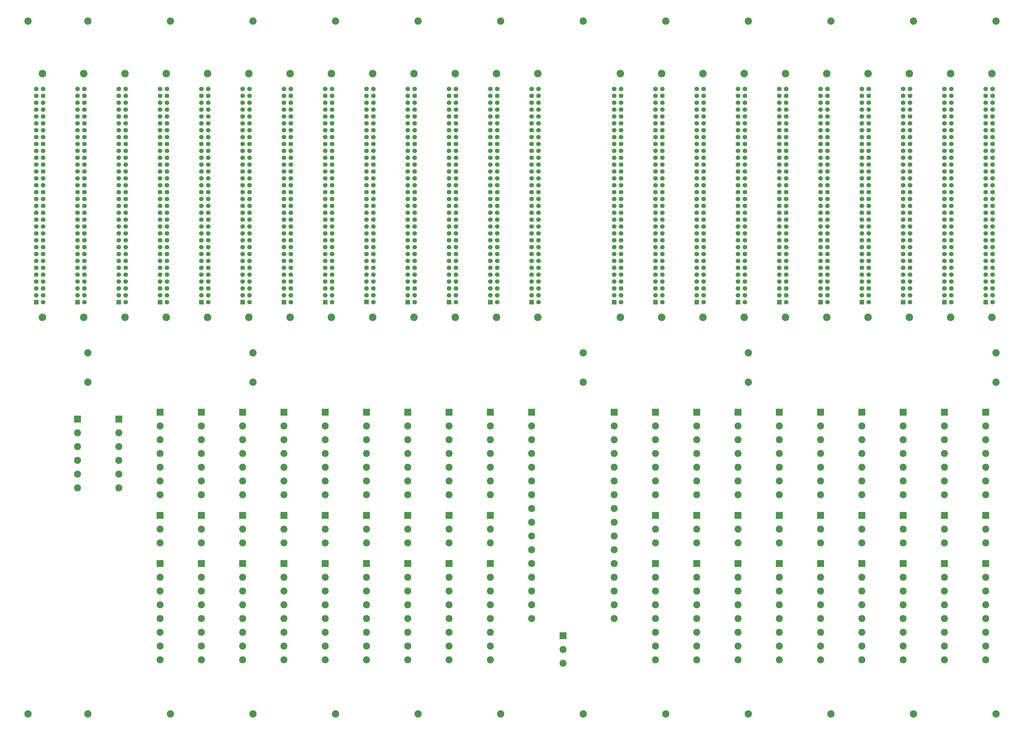
<source format=gbr>
G04 #@! TF.GenerationSoftware,KiCad,Pcbnew,(5.0.0)*
G04 #@! TF.CreationDate,2019-05-21T22:15:49-07:00*
G04 #@! TF.ProjectId,Backplane1,4261636B706C616E65312E6B69636164,rev?*
G04 #@! TF.SameCoordinates,Original*
G04 #@! TF.FileFunction,Soldermask,Bot*
G04 #@! TF.FilePolarity,Negative*
%FSLAX46Y46*%
G04 Gerber Fmt 4.6, Leading zero omitted, Abs format (unit mm)*
G04 Created by KiCad (PCBNEW (5.0.0)) date 05/21/19 22:15:49*
%MOMM*%
%LPD*%
G01*
G04 APERTURE LIST*
%ADD10C,2.700000*%
%ADD11R,2.600000X2.600000*%
%ADD12C,2.600000*%
%ADD13C,2.800000*%
%ADD14C,1.700000*%
%ADD15R,1.700000X1.700000*%
G04 APERTURE END LIST*
D10*
G04 #@! TO.C,TH3*
X222250000Y-164180000D03*
G04 #@! TD*
G04 #@! TO.C,TH4*
X222250000Y-286680000D03*
G04 #@! TD*
G04 #@! TO.C,TH251*
X283210000Y-164180000D03*
G04 #@! TD*
G04 #@! TO.C,TH239*
X100330000Y-164180000D03*
G04 #@! TD*
G04 #@! TO.C,TH235*
X39370000Y-164180000D03*
G04 #@! TD*
G04 #@! TO.C,TH151*
X283210000Y-153330000D03*
G04 #@! TD*
G04 #@! TO.C,TH139*
X100330000Y-153330000D03*
G04 #@! TD*
G04 #@! TO.C,TH135*
X39370000Y-153330000D03*
G04 #@! TD*
G04 #@! TO.C,TH2*
X222250000Y-153330000D03*
G04 #@! TD*
G04 #@! TO.C,TH1*
X222250000Y-30830000D03*
G04 #@! TD*
G04 #@! TO.C,TH45*
X191770000Y-30830000D03*
G04 #@! TD*
G04 #@! TO.C,TH33*
X17272000Y-30830000D03*
G04 #@! TD*
G04 #@! TO.C,TH35*
X39370000Y-30830000D03*
G04 #@! TD*
G04 #@! TO.C,TH37*
X69850000Y-30830000D03*
G04 #@! TD*
G04 #@! TO.C,TH39*
X100330000Y-30830000D03*
G04 #@! TD*
G04 #@! TO.C,TH41*
X130810000Y-30830000D03*
G04 #@! TD*
G04 #@! TO.C,TH43*
X161290000Y-30830000D03*
G04 #@! TD*
G04 #@! TO.C,TH49*
X252730000Y-30830000D03*
G04 #@! TD*
G04 #@! TO.C,TH51*
X283210000Y-30830000D03*
G04 #@! TD*
G04 #@! TO.C,TH53*
X313690000Y-30830000D03*
G04 #@! TD*
G04 #@! TO.C,TH55*
X344170000Y-30830000D03*
G04 #@! TD*
G04 #@! TO.C,TH333*
X17272000Y-286680000D03*
G04 #@! TD*
G04 #@! TO.C,TH335*
X39370000Y-286680000D03*
G04 #@! TD*
G04 #@! TO.C,TH337*
X69850000Y-286680000D03*
G04 #@! TD*
G04 #@! TO.C,TH339*
X100330000Y-286680000D03*
G04 #@! TD*
G04 #@! TO.C,TH341*
X130810000Y-286680000D03*
G04 #@! TD*
G04 #@! TO.C,TH343*
X161290000Y-286680000D03*
G04 #@! TD*
G04 #@! TO.C,TH345*
X191770000Y-286680000D03*
G04 #@! TD*
G04 #@! TO.C,TH348*
X252730000Y-286680000D03*
G04 #@! TD*
G04 #@! TO.C,TH350*
X283210000Y-286680000D03*
G04 #@! TD*
G04 #@! TO.C,TH352*
X313690000Y-286680000D03*
G04 #@! TD*
G04 #@! TO.C,TH354*
X344170000Y-286680000D03*
G04 #@! TD*
G04 #@! TO.C,TH256*
X374650000Y-164180000D03*
G04 #@! TD*
G04 #@! TO.C,TH156*
X374650000Y-153330000D03*
G04 #@! TD*
G04 #@! TO.C,TH56*
X374650000Y-30830000D03*
G04 #@! TD*
G04 #@! TO.C,TH356*
X374650000Y-286680000D03*
G04 #@! TD*
D11*
G04 #@! TO.C,J146*
X203200000Y-175260000D03*
D12*
X203200000Y-180340000D03*
X203200000Y-185420000D03*
X203200000Y-190500000D03*
X203200000Y-195580000D03*
X203200000Y-200660000D03*
X203200000Y-205740000D03*
X203200000Y-210820000D03*
X203200000Y-215900000D03*
X203200000Y-220980000D03*
X203200000Y-226060000D03*
X203200000Y-231140000D03*
X203200000Y-236220000D03*
X203200000Y-241300000D03*
X203200000Y-246380000D03*
X203200000Y-251460000D03*
G04 #@! TD*
D11*
G04 #@! TO.C,J147*
X233680000Y-175260000D03*
D12*
X233680000Y-180340000D03*
X233680000Y-185420000D03*
X233680000Y-190500000D03*
X233680000Y-195580000D03*
X233680000Y-200660000D03*
X233680000Y-205740000D03*
X233680000Y-210820000D03*
X233680000Y-215900000D03*
X233680000Y-220980000D03*
X233680000Y-226060000D03*
X233680000Y-231140000D03*
X233680000Y-236220000D03*
X233680000Y-241300000D03*
X233680000Y-246380000D03*
X233680000Y-251460000D03*
G04 #@! TD*
D11*
G04 #@! TO.C,J137*
X66040000Y-175260000D03*
D12*
X66040000Y-180340000D03*
X66040000Y-185420000D03*
X66040000Y-190500000D03*
X66040000Y-195580000D03*
X66040000Y-200660000D03*
X66040000Y-205740000D03*
G04 #@! TD*
D11*
G04 #@! TO.C,J138*
X81280000Y-175260000D03*
D12*
X81280000Y-180340000D03*
X81280000Y-185420000D03*
X81280000Y-190500000D03*
X81280000Y-195580000D03*
X81280000Y-200660000D03*
X81280000Y-205740000D03*
G04 #@! TD*
D11*
G04 #@! TO.C,J139*
X96520000Y-175260000D03*
D12*
X96520000Y-180340000D03*
X96520000Y-185420000D03*
X96520000Y-190500000D03*
X96520000Y-195580000D03*
X96520000Y-200660000D03*
X96520000Y-205740000D03*
G04 #@! TD*
D11*
G04 #@! TO.C,J140*
X111760000Y-175260000D03*
D12*
X111760000Y-180340000D03*
X111760000Y-185420000D03*
X111760000Y-190500000D03*
X111760000Y-195580000D03*
X111760000Y-200660000D03*
X111760000Y-205740000D03*
G04 #@! TD*
D11*
G04 #@! TO.C,J141*
X127000000Y-175260000D03*
D12*
X127000000Y-180340000D03*
X127000000Y-185420000D03*
X127000000Y-190500000D03*
X127000000Y-195580000D03*
X127000000Y-200660000D03*
X127000000Y-205740000D03*
G04 #@! TD*
D11*
G04 #@! TO.C,J154*
X340360000Y-175260000D03*
D12*
X340360000Y-180340000D03*
X340360000Y-185420000D03*
X340360000Y-190500000D03*
X340360000Y-195580000D03*
X340360000Y-200660000D03*
X340360000Y-205740000D03*
G04 #@! TD*
D11*
G04 #@! TO.C,J153*
X325120000Y-175260000D03*
D12*
X325120000Y-180340000D03*
X325120000Y-185420000D03*
X325120000Y-190500000D03*
X325120000Y-195580000D03*
X325120000Y-200660000D03*
X325120000Y-205740000D03*
G04 #@! TD*
D11*
G04 #@! TO.C,J155*
X355600000Y-175260000D03*
D12*
X355600000Y-180340000D03*
X355600000Y-185420000D03*
X355600000Y-190500000D03*
X355600000Y-195580000D03*
X355600000Y-200660000D03*
X355600000Y-205740000D03*
G04 #@! TD*
D11*
G04 #@! TO.C,J142*
X142240000Y-175260000D03*
D12*
X142240000Y-180340000D03*
X142240000Y-185420000D03*
X142240000Y-190500000D03*
X142240000Y-195580000D03*
X142240000Y-200660000D03*
X142240000Y-205740000D03*
G04 #@! TD*
D11*
G04 #@! TO.C,J143*
X157480000Y-175260000D03*
D12*
X157480000Y-180340000D03*
X157480000Y-185420000D03*
X157480000Y-190500000D03*
X157480000Y-195580000D03*
X157480000Y-200660000D03*
X157480000Y-205740000D03*
G04 #@! TD*
D11*
G04 #@! TO.C,J144*
X172720000Y-175260000D03*
D12*
X172720000Y-180340000D03*
X172720000Y-185420000D03*
X172720000Y-190500000D03*
X172720000Y-195580000D03*
X172720000Y-200660000D03*
X172720000Y-205740000D03*
G04 #@! TD*
D11*
G04 #@! TO.C,J145*
X187960000Y-175260000D03*
D12*
X187960000Y-180340000D03*
X187960000Y-185420000D03*
X187960000Y-190500000D03*
X187960000Y-195580000D03*
X187960000Y-200660000D03*
X187960000Y-205740000D03*
G04 #@! TD*
D11*
G04 #@! TO.C,J148*
X248920000Y-175260000D03*
D12*
X248920000Y-180340000D03*
X248920000Y-185420000D03*
X248920000Y-190500000D03*
X248920000Y-195580000D03*
X248920000Y-200660000D03*
X248920000Y-205740000D03*
G04 #@! TD*
D11*
G04 #@! TO.C,J149*
X264160000Y-175260000D03*
D12*
X264160000Y-180340000D03*
X264160000Y-185420000D03*
X264160000Y-190500000D03*
X264160000Y-195580000D03*
X264160000Y-200660000D03*
X264160000Y-205740000D03*
G04 #@! TD*
D11*
G04 #@! TO.C,J150*
X279400000Y-175260000D03*
D12*
X279400000Y-180340000D03*
X279400000Y-185420000D03*
X279400000Y-190500000D03*
X279400000Y-195580000D03*
X279400000Y-200660000D03*
X279400000Y-205740000D03*
G04 #@! TD*
D11*
G04 #@! TO.C,J151*
X294640000Y-175260000D03*
D12*
X294640000Y-180340000D03*
X294640000Y-185420000D03*
X294640000Y-190500000D03*
X294640000Y-195580000D03*
X294640000Y-200660000D03*
X294640000Y-205740000D03*
G04 #@! TD*
D11*
G04 #@! TO.C,J152*
X309880000Y-175260000D03*
D12*
X309880000Y-180340000D03*
X309880000Y-185420000D03*
X309880000Y-190500000D03*
X309880000Y-195580000D03*
X309880000Y-200660000D03*
X309880000Y-205740000D03*
G04 #@! TD*
D11*
G04 #@! TO.C,J156*
X370840000Y-175260000D03*
D12*
X370840000Y-180340000D03*
X370840000Y-185420000D03*
X370840000Y-190500000D03*
X370840000Y-195580000D03*
X370840000Y-200660000D03*
X370840000Y-205740000D03*
G04 #@! TD*
D11*
G04 #@! TO.C,J237*
X66040000Y-213360000D03*
D12*
X66040000Y-218440000D03*
X66040000Y-223520000D03*
G04 #@! TD*
D11*
G04 #@! TO.C,J238*
X81280000Y-213360000D03*
D12*
X81280000Y-218440000D03*
X81280000Y-223520000D03*
G04 #@! TD*
D11*
G04 #@! TO.C,J239*
X96520000Y-213360000D03*
D12*
X96520000Y-218440000D03*
X96520000Y-223520000D03*
G04 #@! TD*
D11*
G04 #@! TO.C,J240*
X111760000Y-213360000D03*
D12*
X111760000Y-218440000D03*
X111760000Y-223520000D03*
G04 #@! TD*
D11*
G04 #@! TO.C,J241*
X127000000Y-213360000D03*
D12*
X127000000Y-218440000D03*
X127000000Y-223520000D03*
G04 #@! TD*
D11*
G04 #@! TO.C,J242*
X142240000Y-213360000D03*
D12*
X142240000Y-218440000D03*
X142240000Y-223520000D03*
G04 #@! TD*
D11*
G04 #@! TO.C,J243*
X157480000Y-213360000D03*
D12*
X157480000Y-218440000D03*
X157480000Y-223520000D03*
G04 #@! TD*
D11*
G04 #@! TO.C,J244*
X172720000Y-213360000D03*
D12*
X172720000Y-218440000D03*
X172720000Y-223520000D03*
G04 #@! TD*
D11*
G04 #@! TO.C,J245*
X187960000Y-213360000D03*
D12*
X187960000Y-218440000D03*
X187960000Y-223520000D03*
G04 #@! TD*
D11*
G04 #@! TO.C,J248*
X248920000Y-213360000D03*
D12*
X248920000Y-218440000D03*
X248920000Y-223520000D03*
G04 #@! TD*
D11*
G04 #@! TO.C,J249*
X264160000Y-213360000D03*
D12*
X264160000Y-218440000D03*
X264160000Y-223520000D03*
G04 #@! TD*
D11*
G04 #@! TO.C,J250*
X279400000Y-213360000D03*
D12*
X279400000Y-218440000D03*
X279400000Y-223520000D03*
G04 #@! TD*
D11*
G04 #@! TO.C,J251*
X294640000Y-213360000D03*
D12*
X294640000Y-218440000D03*
X294640000Y-223520000D03*
G04 #@! TD*
D11*
G04 #@! TO.C,J252*
X309880000Y-213360000D03*
D12*
X309880000Y-218440000D03*
X309880000Y-223520000D03*
G04 #@! TD*
D11*
G04 #@! TO.C,J253*
X325120000Y-213360000D03*
D12*
X325120000Y-218440000D03*
X325120000Y-223520000D03*
G04 #@! TD*
D11*
G04 #@! TO.C,J254*
X340360000Y-213360000D03*
D12*
X340360000Y-218440000D03*
X340360000Y-223520000D03*
G04 #@! TD*
D11*
G04 #@! TO.C,J255*
X355600000Y-213360000D03*
D12*
X355600000Y-218440000D03*
X355600000Y-223520000D03*
G04 #@! TD*
D11*
G04 #@! TO.C,J1*
X214757000Y-257874000D03*
D12*
X214757000Y-262954000D03*
X214757000Y-268034000D03*
G04 #@! TD*
D11*
G04 #@! TO.C,J256*
X370840000Y-213360000D03*
D12*
X370840000Y-218440000D03*
X370840000Y-223520000D03*
G04 #@! TD*
D11*
G04 #@! TO.C,J351*
X294640000Y-231140000D03*
D12*
X294640000Y-236220000D03*
X294640000Y-241300000D03*
X294640000Y-246380000D03*
X294640000Y-251460000D03*
X294640000Y-256540000D03*
X294640000Y-261620000D03*
X294640000Y-266700000D03*
G04 #@! TD*
D11*
G04 #@! TO.C,J348*
X248920000Y-231140000D03*
D12*
X248920000Y-236220000D03*
X248920000Y-241300000D03*
X248920000Y-246380000D03*
X248920000Y-251460000D03*
X248920000Y-256540000D03*
X248920000Y-261620000D03*
X248920000Y-266700000D03*
G04 #@! TD*
D11*
G04 #@! TO.C,J353*
X325120000Y-231140000D03*
D12*
X325120000Y-236220000D03*
X325120000Y-241300000D03*
X325120000Y-246380000D03*
X325120000Y-251460000D03*
X325120000Y-256540000D03*
X325120000Y-261620000D03*
X325120000Y-266700000D03*
G04 #@! TD*
G04 #@! TO.C,J355*
X355600000Y-266700000D03*
X355600000Y-261620000D03*
X355600000Y-256540000D03*
X355600000Y-251460000D03*
X355600000Y-246380000D03*
X355600000Y-241300000D03*
X355600000Y-236220000D03*
D11*
X355600000Y-231140000D03*
G04 #@! TD*
D12*
G04 #@! TO.C,J356*
X370840000Y-266700000D03*
X370840000Y-261620000D03*
X370840000Y-256540000D03*
X370840000Y-251460000D03*
X370840000Y-246380000D03*
X370840000Y-241300000D03*
X370840000Y-236220000D03*
D11*
X370840000Y-231140000D03*
G04 #@! TD*
D12*
G04 #@! TO.C,J337*
X66040000Y-266700000D03*
X66040000Y-261620000D03*
X66040000Y-256540000D03*
X66040000Y-251460000D03*
X66040000Y-246380000D03*
X66040000Y-241300000D03*
X66040000Y-236220000D03*
D11*
X66040000Y-231140000D03*
G04 #@! TD*
D12*
G04 #@! TO.C,J338*
X81280000Y-266700000D03*
X81280000Y-261620000D03*
X81280000Y-256540000D03*
X81280000Y-251460000D03*
X81280000Y-246380000D03*
X81280000Y-241300000D03*
X81280000Y-236220000D03*
D11*
X81280000Y-231140000D03*
G04 #@! TD*
D12*
G04 #@! TO.C,J339*
X96520000Y-266700000D03*
X96520000Y-261620000D03*
X96520000Y-256540000D03*
X96520000Y-251460000D03*
X96520000Y-246380000D03*
X96520000Y-241300000D03*
X96520000Y-236220000D03*
D11*
X96520000Y-231140000D03*
G04 #@! TD*
D12*
G04 #@! TO.C,J340*
X111760000Y-266700000D03*
X111760000Y-261620000D03*
X111760000Y-256540000D03*
X111760000Y-251460000D03*
X111760000Y-246380000D03*
X111760000Y-241300000D03*
X111760000Y-236220000D03*
D11*
X111760000Y-231140000D03*
G04 #@! TD*
D12*
G04 #@! TO.C,J341*
X127000000Y-266700000D03*
X127000000Y-261620000D03*
X127000000Y-256540000D03*
X127000000Y-251460000D03*
X127000000Y-246380000D03*
X127000000Y-241300000D03*
X127000000Y-236220000D03*
D11*
X127000000Y-231140000D03*
G04 #@! TD*
D12*
G04 #@! TO.C,J342*
X142240000Y-266700000D03*
X142240000Y-261620000D03*
X142240000Y-256540000D03*
X142240000Y-251460000D03*
X142240000Y-246380000D03*
X142240000Y-241300000D03*
X142240000Y-236220000D03*
D11*
X142240000Y-231140000D03*
G04 #@! TD*
D12*
G04 #@! TO.C,J343*
X157480000Y-266700000D03*
X157480000Y-261620000D03*
X157480000Y-256540000D03*
X157480000Y-251460000D03*
X157480000Y-246380000D03*
X157480000Y-241300000D03*
X157480000Y-236220000D03*
D11*
X157480000Y-231140000D03*
G04 #@! TD*
D12*
G04 #@! TO.C,J344*
X172720000Y-266700000D03*
X172720000Y-261620000D03*
X172720000Y-256540000D03*
X172720000Y-251460000D03*
X172720000Y-246380000D03*
X172720000Y-241300000D03*
X172720000Y-236220000D03*
D11*
X172720000Y-231140000D03*
G04 #@! TD*
D12*
G04 #@! TO.C,J345*
X187960000Y-266700000D03*
X187960000Y-261620000D03*
X187960000Y-256540000D03*
X187960000Y-251460000D03*
X187960000Y-246380000D03*
X187960000Y-241300000D03*
X187960000Y-236220000D03*
D11*
X187960000Y-231140000D03*
G04 #@! TD*
D12*
G04 #@! TO.C,J349*
X264160000Y-266700000D03*
X264160000Y-261620000D03*
X264160000Y-256540000D03*
X264160000Y-251460000D03*
X264160000Y-246380000D03*
X264160000Y-241300000D03*
X264160000Y-236220000D03*
D11*
X264160000Y-231140000D03*
G04 #@! TD*
D12*
G04 #@! TO.C,J350*
X279400000Y-266700000D03*
X279400000Y-261620000D03*
X279400000Y-256540000D03*
X279400000Y-251460000D03*
X279400000Y-246380000D03*
X279400000Y-241300000D03*
X279400000Y-236220000D03*
D11*
X279400000Y-231140000D03*
G04 #@! TD*
D12*
G04 #@! TO.C,J352*
X309880000Y-266700000D03*
X309880000Y-261620000D03*
X309880000Y-256540000D03*
X309880000Y-251460000D03*
X309880000Y-246380000D03*
X309880000Y-241300000D03*
X309880000Y-236220000D03*
D11*
X309880000Y-231140000D03*
G04 #@! TD*
D12*
G04 #@! TO.C,J354*
X340360000Y-266700000D03*
X340360000Y-261620000D03*
X340360000Y-256540000D03*
X340360000Y-251460000D03*
X340360000Y-246380000D03*
X340360000Y-241300000D03*
X340360000Y-236220000D03*
D11*
X340360000Y-231140000D03*
G04 #@! TD*
D12*
G04 #@! TO.C,J135*
X35560000Y-203200000D03*
X35560000Y-198120000D03*
X35560000Y-193040000D03*
X35560000Y-187960000D03*
X35560000Y-182880000D03*
D11*
X35560000Y-177800000D03*
G04 #@! TD*
D12*
G04 #@! TO.C,J136*
X50800000Y-203200000D03*
X50800000Y-198120000D03*
X50800000Y-193040000D03*
X50800000Y-187960000D03*
X50800000Y-182880000D03*
D11*
X50800000Y-177800000D03*
G04 #@! TD*
D13*
G04 #@! TO.C,J34*
X22560000Y-50250000D03*
X22560000Y-140250000D03*
D14*
X22860000Y-55880000D03*
X20320000Y-55880000D03*
X22860000Y-58420000D03*
X20320000Y-58420000D03*
X22860000Y-60960000D03*
X20320000Y-60960000D03*
X22860000Y-63500000D03*
X20320000Y-63500000D03*
X22860000Y-66040000D03*
X20320000Y-66040000D03*
X22860000Y-68580000D03*
X20320000Y-68580000D03*
X22860000Y-71120000D03*
X20320000Y-71120000D03*
X22860000Y-73660000D03*
X20320000Y-73660000D03*
X22860000Y-76200000D03*
X20320000Y-76200000D03*
X22860000Y-78740000D03*
X20320000Y-78740000D03*
X22860000Y-81280000D03*
X20320000Y-81280000D03*
X22860000Y-83820000D03*
X20320000Y-83820000D03*
X22860000Y-86360000D03*
X20320000Y-86360000D03*
X22860000Y-88900000D03*
X20320000Y-88900000D03*
X22860000Y-91440000D03*
X20320000Y-91440000D03*
X22860000Y-93980000D03*
X20320000Y-93980000D03*
X22860000Y-96520000D03*
X20320000Y-96520000D03*
X22860000Y-99060000D03*
X20320000Y-99060000D03*
X22860000Y-101600000D03*
X20320000Y-101600000D03*
X22860000Y-104140000D03*
X20320000Y-104140000D03*
X22860000Y-106680000D03*
X20320000Y-106680000D03*
X22860000Y-109220000D03*
X20320000Y-109220000D03*
X22860000Y-111760000D03*
X20320000Y-111760000D03*
X22860000Y-114300000D03*
X20320000Y-114300000D03*
X22860000Y-116840000D03*
X20320000Y-116840000D03*
X22860000Y-119380000D03*
X20320000Y-119380000D03*
X22860000Y-121920000D03*
X20320000Y-121920000D03*
X22860000Y-124460000D03*
X20320000Y-124460000D03*
X22860000Y-127000000D03*
X20320000Y-127000000D03*
X22860000Y-129540000D03*
X20320000Y-129540000D03*
X22860000Y-132080000D03*
X20320000Y-132080000D03*
X22860000Y-134620000D03*
D15*
X20320000Y-134620000D03*
G04 #@! TD*
D13*
G04 #@! TO.C,J35*
X37800000Y-50250000D03*
X37800000Y-140250000D03*
D14*
X38100000Y-55880000D03*
X35560000Y-55880000D03*
X38100000Y-58420000D03*
X35560000Y-58420000D03*
X38100000Y-60960000D03*
X35560000Y-60960000D03*
X38100000Y-63500000D03*
X35560000Y-63500000D03*
X38100000Y-66040000D03*
X35560000Y-66040000D03*
X38100000Y-68580000D03*
X35560000Y-68580000D03*
X38100000Y-71120000D03*
X35560000Y-71120000D03*
X38100000Y-73660000D03*
X35560000Y-73660000D03*
X38100000Y-76200000D03*
X35560000Y-76200000D03*
X38100000Y-78740000D03*
X35560000Y-78740000D03*
X38100000Y-81280000D03*
X35560000Y-81280000D03*
X38100000Y-83820000D03*
X35560000Y-83820000D03*
X38100000Y-86360000D03*
X35560000Y-86360000D03*
X38100000Y-88900000D03*
X35560000Y-88900000D03*
X38100000Y-91440000D03*
X35560000Y-91440000D03*
X38100000Y-93980000D03*
X35560000Y-93980000D03*
X38100000Y-96520000D03*
X35560000Y-96520000D03*
X38100000Y-99060000D03*
X35560000Y-99060000D03*
X38100000Y-101600000D03*
X35560000Y-101600000D03*
X38100000Y-104140000D03*
X35560000Y-104140000D03*
X38100000Y-106680000D03*
X35560000Y-106680000D03*
X38100000Y-109220000D03*
X35560000Y-109220000D03*
X38100000Y-111760000D03*
X35560000Y-111760000D03*
X38100000Y-114300000D03*
X35560000Y-114300000D03*
X38100000Y-116840000D03*
X35560000Y-116840000D03*
X38100000Y-119380000D03*
X35560000Y-119380000D03*
X38100000Y-121920000D03*
X35560000Y-121920000D03*
X38100000Y-124460000D03*
X35560000Y-124460000D03*
X38100000Y-127000000D03*
X35560000Y-127000000D03*
X38100000Y-129540000D03*
X35560000Y-129540000D03*
X38100000Y-132080000D03*
X35560000Y-132080000D03*
X38100000Y-134620000D03*
D15*
X35560000Y-134620000D03*
G04 #@! TD*
D13*
G04 #@! TO.C,J36*
X53040000Y-50250000D03*
X53040000Y-140250000D03*
D14*
X53340000Y-55880000D03*
X50800000Y-55880000D03*
X53340000Y-58420000D03*
X50800000Y-58420000D03*
X53340000Y-60960000D03*
X50800000Y-60960000D03*
X53340000Y-63500000D03*
X50800000Y-63500000D03*
X53340000Y-66040000D03*
X50800000Y-66040000D03*
X53340000Y-68580000D03*
X50800000Y-68580000D03*
X53340000Y-71120000D03*
X50800000Y-71120000D03*
X53340000Y-73660000D03*
X50800000Y-73660000D03*
X53340000Y-76200000D03*
X50800000Y-76200000D03*
X53340000Y-78740000D03*
X50800000Y-78740000D03*
X53340000Y-81280000D03*
X50800000Y-81280000D03*
X53340000Y-83820000D03*
X50800000Y-83820000D03*
X53340000Y-86360000D03*
X50800000Y-86360000D03*
X53340000Y-88900000D03*
X50800000Y-88900000D03*
X53340000Y-91440000D03*
X50800000Y-91440000D03*
X53340000Y-93980000D03*
X50800000Y-93980000D03*
X53340000Y-96520000D03*
X50800000Y-96520000D03*
X53340000Y-99060000D03*
X50800000Y-99060000D03*
X53340000Y-101600000D03*
X50800000Y-101600000D03*
X53340000Y-104140000D03*
X50800000Y-104140000D03*
X53340000Y-106680000D03*
X50800000Y-106680000D03*
X53340000Y-109220000D03*
X50800000Y-109220000D03*
X53340000Y-111760000D03*
X50800000Y-111760000D03*
X53340000Y-114300000D03*
X50800000Y-114300000D03*
X53340000Y-116840000D03*
X50800000Y-116840000D03*
X53340000Y-119380000D03*
X50800000Y-119380000D03*
X53340000Y-121920000D03*
X50800000Y-121920000D03*
X53340000Y-124460000D03*
X50800000Y-124460000D03*
X53340000Y-127000000D03*
X50800000Y-127000000D03*
X53340000Y-129540000D03*
X50800000Y-129540000D03*
X53340000Y-132080000D03*
X50800000Y-132080000D03*
X53340000Y-134620000D03*
D15*
X50800000Y-134620000D03*
G04 #@! TD*
D13*
G04 #@! TO.C,J46*
X205440000Y-50250000D03*
X205440000Y-140250000D03*
D14*
X205740000Y-55880000D03*
X203200000Y-55880000D03*
X205740000Y-58420000D03*
X203200000Y-58420000D03*
X205740000Y-60960000D03*
X203200000Y-60960000D03*
X205740000Y-63500000D03*
X203200000Y-63500000D03*
X205740000Y-66040000D03*
X203200000Y-66040000D03*
X205740000Y-68580000D03*
X203200000Y-68580000D03*
X205740000Y-71120000D03*
X203200000Y-71120000D03*
X205740000Y-73660000D03*
X203200000Y-73660000D03*
X205740000Y-76200000D03*
X203200000Y-76200000D03*
X205740000Y-78740000D03*
X203200000Y-78740000D03*
X205740000Y-81280000D03*
X203200000Y-81280000D03*
X205740000Y-83820000D03*
X203200000Y-83820000D03*
X205740000Y-86360000D03*
X203200000Y-86360000D03*
X205740000Y-88900000D03*
X203200000Y-88900000D03*
X205740000Y-91440000D03*
X203200000Y-91440000D03*
X205740000Y-93980000D03*
X203200000Y-93980000D03*
X205740000Y-96520000D03*
X203200000Y-96520000D03*
X205740000Y-99060000D03*
X203200000Y-99060000D03*
X205740000Y-101600000D03*
X203200000Y-101600000D03*
X205740000Y-104140000D03*
X203200000Y-104140000D03*
X205740000Y-106680000D03*
X203200000Y-106680000D03*
X205740000Y-109220000D03*
X203200000Y-109220000D03*
X205740000Y-111760000D03*
X203200000Y-111760000D03*
X205740000Y-114300000D03*
X203200000Y-114300000D03*
X205740000Y-116840000D03*
X203200000Y-116840000D03*
X205740000Y-119380000D03*
X203200000Y-119380000D03*
X205740000Y-121920000D03*
X203200000Y-121920000D03*
X205740000Y-124460000D03*
X203200000Y-124460000D03*
X205740000Y-127000000D03*
X203200000Y-127000000D03*
X205740000Y-129540000D03*
X203200000Y-129540000D03*
X205740000Y-132080000D03*
X203200000Y-132080000D03*
X205740000Y-134620000D03*
D15*
X203200000Y-134620000D03*
G04 #@! TD*
D13*
G04 #@! TO.C,J37*
X68280000Y-50250000D03*
X68280000Y-140250000D03*
D14*
X68580000Y-55880000D03*
X66040000Y-55880000D03*
X68580000Y-58420000D03*
X66040000Y-58420000D03*
X68580000Y-60960000D03*
X66040000Y-60960000D03*
X68580000Y-63500000D03*
X66040000Y-63500000D03*
X68580000Y-66040000D03*
X66040000Y-66040000D03*
X68580000Y-68580000D03*
X66040000Y-68580000D03*
X68580000Y-71120000D03*
X66040000Y-71120000D03*
X68580000Y-73660000D03*
X66040000Y-73660000D03*
X68580000Y-76200000D03*
X66040000Y-76200000D03*
X68580000Y-78740000D03*
X66040000Y-78740000D03*
X68580000Y-81280000D03*
X66040000Y-81280000D03*
X68580000Y-83820000D03*
X66040000Y-83820000D03*
X68580000Y-86360000D03*
X66040000Y-86360000D03*
X68580000Y-88900000D03*
X66040000Y-88900000D03*
X68580000Y-91440000D03*
X66040000Y-91440000D03*
X68580000Y-93980000D03*
X66040000Y-93980000D03*
X68580000Y-96520000D03*
X66040000Y-96520000D03*
X68580000Y-99060000D03*
X66040000Y-99060000D03*
X68580000Y-101600000D03*
X66040000Y-101600000D03*
X68580000Y-104140000D03*
X66040000Y-104140000D03*
X68580000Y-106680000D03*
X66040000Y-106680000D03*
X68580000Y-109220000D03*
X66040000Y-109220000D03*
X68580000Y-111760000D03*
X66040000Y-111760000D03*
X68580000Y-114300000D03*
X66040000Y-114300000D03*
X68580000Y-116840000D03*
X66040000Y-116840000D03*
X68580000Y-119380000D03*
X66040000Y-119380000D03*
X68580000Y-121920000D03*
X66040000Y-121920000D03*
X68580000Y-124460000D03*
X66040000Y-124460000D03*
X68580000Y-127000000D03*
X66040000Y-127000000D03*
X68580000Y-129540000D03*
X66040000Y-129540000D03*
X68580000Y-132080000D03*
X66040000Y-132080000D03*
X68580000Y-134620000D03*
D15*
X66040000Y-134620000D03*
G04 #@! TD*
D13*
G04 #@! TO.C,J38*
X83520000Y-50250000D03*
X83520000Y-140250000D03*
D14*
X83820000Y-55880000D03*
X81280000Y-55880000D03*
X83820000Y-58420000D03*
X81280000Y-58420000D03*
X83820000Y-60960000D03*
X81280000Y-60960000D03*
X83820000Y-63500000D03*
X81280000Y-63500000D03*
X83820000Y-66040000D03*
X81280000Y-66040000D03*
X83820000Y-68580000D03*
X81280000Y-68580000D03*
X83820000Y-71120000D03*
X81280000Y-71120000D03*
X83820000Y-73660000D03*
X81280000Y-73660000D03*
X83820000Y-76200000D03*
X81280000Y-76200000D03*
X83820000Y-78740000D03*
X81280000Y-78740000D03*
X83820000Y-81280000D03*
X81280000Y-81280000D03*
X83820000Y-83820000D03*
X81280000Y-83820000D03*
X83820000Y-86360000D03*
X81280000Y-86360000D03*
X83820000Y-88900000D03*
X81280000Y-88900000D03*
X83820000Y-91440000D03*
X81280000Y-91440000D03*
X83820000Y-93980000D03*
X81280000Y-93980000D03*
X83820000Y-96520000D03*
X81280000Y-96520000D03*
X83820000Y-99060000D03*
X81280000Y-99060000D03*
X83820000Y-101600000D03*
X81280000Y-101600000D03*
X83820000Y-104140000D03*
X81280000Y-104140000D03*
X83820000Y-106680000D03*
X81280000Y-106680000D03*
X83820000Y-109220000D03*
X81280000Y-109220000D03*
X83820000Y-111760000D03*
X81280000Y-111760000D03*
X83820000Y-114300000D03*
X81280000Y-114300000D03*
X83820000Y-116840000D03*
X81280000Y-116840000D03*
X83820000Y-119380000D03*
X81280000Y-119380000D03*
X83820000Y-121920000D03*
X81280000Y-121920000D03*
X83820000Y-124460000D03*
X81280000Y-124460000D03*
X83820000Y-127000000D03*
X81280000Y-127000000D03*
X83820000Y-129540000D03*
X81280000Y-129540000D03*
X83820000Y-132080000D03*
X81280000Y-132080000D03*
X83820000Y-134620000D03*
D15*
X81280000Y-134620000D03*
G04 #@! TD*
D13*
G04 #@! TO.C,J39*
X98760000Y-50250000D03*
X98760000Y-140250000D03*
D14*
X99060000Y-55880000D03*
X96520000Y-55880000D03*
X99060000Y-58420000D03*
X96520000Y-58420000D03*
X99060000Y-60960000D03*
X96520000Y-60960000D03*
X99060000Y-63500000D03*
X96520000Y-63500000D03*
X99060000Y-66040000D03*
X96520000Y-66040000D03*
X99060000Y-68580000D03*
X96520000Y-68580000D03*
X99060000Y-71120000D03*
X96520000Y-71120000D03*
X99060000Y-73660000D03*
X96520000Y-73660000D03*
X99060000Y-76200000D03*
X96520000Y-76200000D03*
X99060000Y-78740000D03*
X96520000Y-78740000D03*
X99060000Y-81280000D03*
X96520000Y-81280000D03*
X99060000Y-83820000D03*
X96520000Y-83820000D03*
X99060000Y-86360000D03*
X96520000Y-86360000D03*
X99060000Y-88900000D03*
X96520000Y-88900000D03*
X99060000Y-91440000D03*
X96520000Y-91440000D03*
X99060000Y-93980000D03*
X96520000Y-93980000D03*
X99060000Y-96520000D03*
X96520000Y-96520000D03*
X99060000Y-99060000D03*
X96520000Y-99060000D03*
X99060000Y-101600000D03*
X96520000Y-101600000D03*
X99060000Y-104140000D03*
X96520000Y-104140000D03*
X99060000Y-106680000D03*
X96520000Y-106680000D03*
X99060000Y-109220000D03*
X96520000Y-109220000D03*
X99060000Y-111760000D03*
X96520000Y-111760000D03*
X99060000Y-114300000D03*
X96520000Y-114300000D03*
X99060000Y-116840000D03*
X96520000Y-116840000D03*
X99060000Y-119380000D03*
X96520000Y-119380000D03*
X99060000Y-121920000D03*
X96520000Y-121920000D03*
X99060000Y-124460000D03*
X96520000Y-124460000D03*
X99060000Y-127000000D03*
X96520000Y-127000000D03*
X99060000Y-129540000D03*
X96520000Y-129540000D03*
X99060000Y-132080000D03*
X96520000Y-132080000D03*
X99060000Y-134620000D03*
D15*
X96520000Y-134620000D03*
G04 #@! TD*
D13*
G04 #@! TO.C,J40*
X114000000Y-50250000D03*
X114000000Y-140250000D03*
D14*
X114300000Y-55880000D03*
X111760000Y-55880000D03*
X114300000Y-58420000D03*
X111760000Y-58420000D03*
X114300000Y-60960000D03*
X111760000Y-60960000D03*
X114300000Y-63500000D03*
X111760000Y-63500000D03*
X114300000Y-66040000D03*
X111760000Y-66040000D03*
X114300000Y-68580000D03*
X111760000Y-68580000D03*
X114300000Y-71120000D03*
X111760000Y-71120000D03*
X114300000Y-73660000D03*
X111760000Y-73660000D03*
X114300000Y-76200000D03*
X111760000Y-76200000D03*
X114300000Y-78740000D03*
X111760000Y-78740000D03*
X114300000Y-81280000D03*
X111760000Y-81280000D03*
X114300000Y-83820000D03*
X111760000Y-83820000D03*
X114300000Y-86360000D03*
X111760000Y-86360000D03*
X114300000Y-88900000D03*
X111760000Y-88900000D03*
X114300000Y-91440000D03*
X111760000Y-91440000D03*
X114300000Y-93980000D03*
X111760000Y-93980000D03*
X114300000Y-96520000D03*
X111760000Y-96520000D03*
X114300000Y-99060000D03*
X111760000Y-99060000D03*
X114300000Y-101600000D03*
X111760000Y-101600000D03*
X114300000Y-104140000D03*
X111760000Y-104140000D03*
X114300000Y-106680000D03*
X111760000Y-106680000D03*
X114300000Y-109220000D03*
X111760000Y-109220000D03*
X114300000Y-111760000D03*
X111760000Y-111760000D03*
X114300000Y-114300000D03*
X111760000Y-114300000D03*
X114300000Y-116840000D03*
X111760000Y-116840000D03*
X114300000Y-119380000D03*
X111760000Y-119380000D03*
X114300000Y-121920000D03*
X111760000Y-121920000D03*
X114300000Y-124460000D03*
X111760000Y-124460000D03*
X114300000Y-127000000D03*
X111760000Y-127000000D03*
X114300000Y-129540000D03*
X111760000Y-129540000D03*
X114300000Y-132080000D03*
X111760000Y-132080000D03*
X114300000Y-134620000D03*
D15*
X111760000Y-134620000D03*
G04 #@! TD*
D13*
G04 #@! TO.C,J41*
X129240000Y-50250000D03*
X129240000Y-140250000D03*
D14*
X129540000Y-55880000D03*
X127000000Y-55880000D03*
X129540000Y-58420000D03*
X127000000Y-58420000D03*
X129540000Y-60960000D03*
X127000000Y-60960000D03*
X129540000Y-63500000D03*
X127000000Y-63500000D03*
X129540000Y-66040000D03*
X127000000Y-66040000D03*
X129540000Y-68580000D03*
X127000000Y-68580000D03*
X129540000Y-71120000D03*
X127000000Y-71120000D03*
X129540000Y-73660000D03*
X127000000Y-73660000D03*
X129540000Y-76200000D03*
X127000000Y-76200000D03*
X129540000Y-78740000D03*
X127000000Y-78740000D03*
X129540000Y-81280000D03*
X127000000Y-81280000D03*
X129540000Y-83820000D03*
X127000000Y-83820000D03*
X129540000Y-86360000D03*
X127000000Y-86360000D03*
X129540000Y-88900000D03*
X127000000Y-88900000D03*
X129540000Y-91440000D03*
X127000000Y-91440000D03*
X129540000Y-93980000D03*
X127000000Y-93980000D03*
X129540000Y-96520000D03*
X127000000Y-96520000D03*
X129540000Y-99060000D03*
X127000000Y-99060000D03*
X129540000Y-101600000D03*
X127000000Y-101600000D03*
X129540000Y-104140000D03*
X127000000Y-104140000D03*
X129540000Y-106680000D03*
X127000000Y-106680000D03*
X129540000Y-109220000D03*
X127000000Y-109220000D03*
X129540000Y-111760000D03*
X127000000Y-111760000D03*
X129540000Y-114300000D03*
X127000000Y-114300000D03*
X129540000Y-116840000D03*
X127000000Y-116840000D03*
X129540000Y-119380000D03*
X127000000Y-119380000D03*
X129540000Y-121920000D03*
X127000000Y-121920000D03*
X129540000Y-124460000D03*
X127000000Y-124460000D03*
X129540000Y-127000000D03*
X127000000Y-127000000D03*
X129540000Y-129540000D03*
X127000000Y-129540000D03*
X129540000Y-132080000D03*
X127000000Y-132080000D03*
X129540000Y-134620000D03*
D15*
X127000000Y-134620000D03*
G04 #@! TD*
D13*
G04 #@! TO.C,J42*
X144480000Y-50250000D03*
X144480000Y-140250000D03*
D14*
X144780000Y-55880000D03*
X142240000Y-55880000D03*
X144780000Y-58420000D03*
X142240000Y-58420000D03*
X144780000Y-60960000D03*
X142240000Y-60960000D03*
X144780000Y-63500000D03*
X142240000Y-63500000D03*
X144780000Y-66040000D03*
X142240000Y-66040000D03*
X144780000Y-68580000D03*
X142240000Y-68580000D03*
X144780000Y-71120000D03*
X142240000Y-71120000D03*
X144780000Y-73660000D03*
X142240000Y-73660000D03*
X144780000Y-76200000D03*
X142240000Y-76200000D03*
X144780000Y-78740000D03*
X142240000Y-78740000D03*
X144780000Y-81280000D03*
X142240000Y-81280000D03*
X144780000Y-83820000D03*
X142240000Y-83820000D03*
X144780000Y-86360000D03*
X142240000Y-86360000D03*
X144780000Y-88900000D03*
X142240000Y-88900000D03*
X144780000Y-91440000D03*
X142240000Y-91440000D03*
X144780000Y-93980000D03*
X142240000Y-93980000D03*
X144780000Y-96520000D03*
X142240000Y-96520000D03*
X144780000Y-99060000D03*
X142240000Y-99060000D03*
X144780000Y-101600000D03*
X142240000Y-101600000D03*
X144780000Y-104140000D03*
X142240000Y-104140000D03*
X144780000Y-106680000D03*
X142240000Y-106680000D03*
X144780000Y-109220000D03*
X142240000Y-109220000D03*
X144780000Y-111760000D03*
X142240000Y-111760000D03*
X144780000Y-114300000D03*
X142240000Y-114300000D03*
X144780000Y-116840000D03*
X142240000Y-116840000D03*
X144780000Y-119380000D03*
X142240000Y-119380000D03*
X144780000Y-121920000D03*
X142240000Y-121920000D03*
X144780000Y-124460000D03*
X142240000Y-124460000D03*
X144780000Y-127000000D03*
X142240000Y-127000000D03*
X144780000Y-129540000D03*
X142240000Y-129540000D03*
X144780000Y-132080000D03*
X142240000Y-132080000D03*
X144780000Y-134620000D03*
D15*
X142240000Y-134556000D03*
G04 #@! TD*
D13*
G04 #@! TO.C,J43*
X159720000Y-50250000D03*
X159720000Y-140250000D03*
D14*
X160020000Y-55880000D03*
X157480000Y-55880000D03*
X160020000Y-58420000D03*
X157480000Y-58420000D03*
X160020000Y-60960000D03*
X157480000Y-60960000D03*
X160020000Y-63500000D03*
X157480000Y-63500000D03*
X160020000Y-66040000D03*
X157480000Y-66040000D03*
X160020000Y-68580000D03*
X157480000Y-68580000D03*
X160020000Y-71120000D03*
X157480000Y-71120000D03*
X160020000Y-73660000D03*
X157480000Y-73660000D03*
X160020000Y-76200000D03*
X157480000Y-76200000D03*
X160020000Y-78740000D03*
X157480000Y-78740000D03*
X160020000Y-81280000D03*
X157480000Y-81280000D03*
X160020000Y-83820000D03*
X157480000Y-83820000D03*
X160020000Y-86360000D03*
X157480000Y-86360000D03*
X160020000Y-88900000D03*
X157480000Y-88900000D03*
X160020000Y-91440000D03*
X157480000Y-91440000D03*
X160020000Y-93980000D03*
X157480000Y-93980000D03*
X160020000Y-96520000D03*
X157480000Y-96520000D03*
X160020000Y-99060000D03*
X157480000Y-99060000D03*
X160020000Y-101600000D03*
X157480000Y-101600000D03*
X160020000Y-104140000D03*
X157480000Y-104140000D03*
X160020000Y-106680000D03*
X157480000Y-106680000D03*
X160020000Y-109220000D03*
X157480000Y-109220000D03*
X160020000Y-111760000D03*
X157480000Y-111760000D03*
X160020000Y-114300000D03*
X157480000Y-114300000D03*
X160020000Y-116840000D03*
X157480000Y-116840000D03*
X160020000Y-119380000D03*
X157480000Y-119380000D03*
X160020000Y-121920000D03*
X157480000Y-121920000D03*
X160020000Y-124460000D03*
X157480000Y-124460000D03*
X160020000Y-127000000D03*
X157480000Y-127000000D03*
X160020000Y-129540000D03*
X157480000Y-129540000D03*
X160020000Y-132080000D03*
X157480000Y-132080000D03*
X160020000Y-134620000D03*
D15*
X157480000Y-134620000D03*
G04 #@! TD*
D13*
G04 #@! TO.C,J44*
X174960000Y-50250000D03*
X174960000Y-140250000D03*
D14*
X175260000Y-55880000D03*
X172720000Y-55880000D03*
X175260000Y-58420000D03*
X172720000Y-58420000D03*
X175260000Y-60960000D03*
X172720000Y-60960000D03*
X175260000Y-63500000D03*
X172720000Y-63500000D03*
X175260000Y-66040000D03*
X172720000Y-66040000D03*
X175260000Y-68580000D03*
X172720000Y-68580000D03*
X175260000Y-71120000D03*
X172720000Y-71120000D03*
X175260000Y-73660000D03*
X172720000Y-73660000D03*
X175260000Y-76200000D03*
X172720000Y-76200000D03*
X175260000Y-78740000D03*
X172720000Y-78740000D03*
X175260000Y-81280000D03*
X172720000Y-81280000D03*
X175260000Y-83820000D03*
X172720000Y-83820000D03*
X175260000Y-86360000D03*
X172720000Y-86360000D03*
X175260000Y-88900000D03*
X172720000Y-88900000D03*
X175260000Y-91440000D03*
X172720000Y-91440000D03*
X175260000Y-93980000D03*
X172720000Y-93980000D03*
X175260000Y-96520000D03*
X172720000Y-96520000D03*
X175260000Y-99060000D03*
X172720000Y-99060000D03*
X175260000Y-101600000D03*
X172720000Y-101600000D03*
X175260000Y-104140000D03*
X172720000Y-104140000D03*
X175260000Y-106680000D03*
X172720000Y-106680000D03*
X175260000Y-109220000D03*
X172720000Y-109220000D03*
X175260000Y-111760000D03*
X172720000Y-111760000D03*
X175260000Y-114300000D03*
X172720000Y-114300000D03*
X175260000Y-116840000D03*
X172720000Y-116840000D03*
X175260000Y-119380000D03*
X172720000Y-119380000D03*
X175260000Y-121920000D03*
X172720000Y-121920000D03*
X175260000Y-124460000D03*
X172720000Y-124460000D03*
X175260000Y-127000000D03*
X172720000Y-127000000D03*
X175260000Y-129540000D03*
X172720000Y-129540000D03*
X175260000Y-132080000D03*
X172720000Y-132080000D03*
X175260000Y-134620000D03*
D15*
X172720000Y-134620000D03*
G04 #@! TD*
D13*
G04 #@! TO.C,J45*
X190200000Y-50250000D03*
X190200000Y-140250000D03*
D14*
X190500000Y-55880000D03*
X187960000Y-55880000D03*
X190500000Y-58420000D03*
X187960000Y-58420000D03*
X190500000Y-60960000D03*
X187960000Y-60960000D03*
X190500000Y-63500000D03*
X187960000Y-63500000D03*
X190500000Y-66040000D03*
X187960000Y-66040000D03*
X190500000Y-68580000D03*
X187960000Y-68580000D03*
X190500000Y-71120000D03*
X187960000Y-71120000D03*
X190500000Y-73660000D03*
X187960000Y-73660000D03*
X190500000Y-76200000D03*
X187960000Y-76200000D03*
X190500000Y-78740000D03*
X187960000Y-78740000D03*
X190500000Y-81280000D03*
X187960000Y-81280000D03*
X190500000Y-83820000D03*
X187960000Y-83820000D03*
X190500000Y-86360000D03*
X187960000Y-86360000D03*
X190500000Y-88900000D03*
X187960000Y-88900000D03*
X190500000Y-91440000D03*
X187960000Y-91440000D03*
X190500000Y-93980000D03*
X187960000Y-93980000D03*
X190500000Y-96520000D03*
X187960000Y-96520000D03*
X190500000Y-99060000D03*
X187960000Y-99060000D03*
X190500000Y-101600000D03*
X187960000Y-101600000D03*
X190500000Y-104140000D03*
X187960000Y-104140000D03*
X190500000Y-106680000D03*
X187960000Y-106680000D03*
X190500000Y-109220000D03*
X187960000Y-109220000D03*
X190500000Y-111760000D03*
X187960000Y-111760000D03*
X190500000Y-114300000D03*
X187960000Y-114300000D03*
X190500000Y-116840000D03*
X187960000Y-116840000D03*
X190500000Y-119380000D03*
X187960000Y-119380000D03*
X190500000Y-121920000D03*
X187960000Y-121920000D03*
X190500000Y-124460000D03*
X187960000Y-124460000D03*
X190500000Y-127000000D03*
X187960000Y-127000000D03*
X190500000Y-129540000D03*
X187960000Y-129540000D03*
X190500000Y-132080000D03*
X187960000Y-132080000D03*
X190500000Y-134620000D03*
D15*
X187960000Y-134620000D03*
G04 #@! TD*
D13*
G04 #@! TO.C,J47*
X235920000Y-50250000D03*
X235920000Y-140250000D03*
D14*
X236220000Y-55880000D03*
X233680000Y-55880000D03*
X236220000Y-58420000D03*
X233680000Y-58420000D03*
X236220000Y-60960000D03*
X233680000Y-60960000D03*
X236220000Y-63500000D03*
X233680000Y-63500000D03*
X236220000Y-66040000D03*
X233680000Y-66040000D03*
X236220000Y-68580000D03*
X233680000Y-68580000D03*
X236220000Y-71120000D03*
X233680000Y-71120000D03*
X236220000Y-73660000D03*
X233680000Y-73660000D03*
X236220000Y-76200000D03*
X233680000Y-76200000D03*
X236220000Y-78740000D03*
X233680000Y-78740000D03*
X236220000Y-81280000D03*
X233680000Y-81280000D03*
X236220000Y-83820000D03*
X233680000Y-83820000D03*
X236220000Y-86360000D03*
X233680000Y-86360000D03*
X236220000Y-88900000D03*
X233680000Y-88900000D03*
X236220000Y-91440000D03*
X233680000Y-91440000D03*
X236220000Y-93980000D03*
X233680000Y-93980000D03*
X236220000Y-96520000D03*
X233680000Y-96520000D03*
X236220000Y-99060000D03*
X233680000Y-99060000D03*
X236220000Y-101600000D03*
X233680000Y-101600000D03*
X236220000Y-104140000D03*
X233680000Y-104140000D03*
X236220000Y-106680000D03*
X233680000Y-106680000D03*
X236220000Y-109220000D03*
X233680000Y-109220000D03*
X236220000Y-111760000D03*
X233680000Y-111760000D03*
X236220000Y-114300000D03*
X233680000Y-114300000D03*
X236220000Y-116840000D03*
X233680000Y-116840000D03*
X236220000Y-119380000D03*
X233680000Y-119380000D03*
X236220000Y-121920000D03*
X233680000Y-121920000D03*
X236220000Y-124460000D03*
X233680000Y-124460000D03*
X236220000Y-127000000D03*
X233680000Y-127000000D03*
X236220000Y-129540000D03*
X233680000Y-129540000D03*
X236220000Y-132080000D03*
X233680000Y-132080000D03*
X236220000Y-134620000D03*
D15*
X233680000Y-134620000D03*
G04 #@! TD*
D13*
G04 #@! TO.C,J48*
X251160000Y-50250000D03*
X251160000Y-140250000D03*
D14*
X251460000Y-55880000D03*
X248920000Y-55880000D03*
X251460000Y-58420000D03*
X248920000Y-58420000D03*
X251460000Y-60960000D03*
X248920000Y-60960000D03*
X251460000Y-63500000D03*
X248920000Y-63500000D03*
X251460000Y-66040000D03*
X248920000Y-66040000D03*
X251460000Y-68580000D03*
X248920000Y-68580000D03*
X251460000Y-71120000D03*
X248920000Y-71120000D03*
X251460000Y-73660000D03*
X248920000Y-73660000D03*
X251460000Y-76200000D03*
X248920000Y-76200000D03*
X251460000Y-78740000D03*
X248920000Y-78740000D03*
X251460000Y-81280000D03*
X248920000Y-81280000D03*
X251460000Y-83820000D03*
X248920000Y-83820000D03*
X251460000Y-86360000D03*
X248920000Y-86360000D03*
X251460000Y-88900000D03*
X248920000Y-88900000D03*
X251460000Y-91440000D03*
X248920000Y-91440000D03*
X251460000Y-93980000D03*
X248920000Y-93980000D03*
X251460000Y-96520000D03*
X248920000Y-96520000D03*
X251460000Y-99060000D03*
X248920000Y-99060000D03*
X251460000Y-101600000D03*
X248920000Y-101600000D03*
X251460000Y-104140000D03*
X248920000Y-104140000D03*
X251460000Y-106680000D03*
X248920000Y-106680000D03*
X251460000Y-109220000D03*
X248920000Y-109220000D03*
X251460000Y-111760000D03*
X248920000Y-111760000D03*
X251460000Y-114300000D03*
X248920000Y-114300000D03*
X251460000Y-116840000D03*
X248920000Y-116840000D03*
X251460000Y-119380000D03*
X248920000Y-119380000D03*
X251460000Y-121920000D03*
X248920000Y-121920000D03*
X251460000Y-124460000D03*
X248920000Y-124460000D03*
X251460000Y-127000000D03*
X248920000Y-127000000D03*
X251460000Y-129540000D03*
X248920000Y-129540000D03*
X251460000Y-132080000D03*
X248920000Y-132080000D03*
X251460000Y-134620000D03*
D15*
X248920000Y-134620000D03*
G04 #@! TD*
D13*
G04 #@! TO.C,J49*
X266400000Y-50250000D03*
X266400000Y-140250000D03*
D14*
X266700000Y-55880000D03*
X264160000Y-55880000D03*
X266700000Y-58420000D03*
X264160000Y-58420000D03*
X266700000Y-60960000D03*
X264160000Y-60960000D03*
X266700000Y-63500000D03*
X264160000Y-63500000D03*
X266700000Y-66040000D03*
X264160000Y-66040000D03*
X266700000Y-68580000D03*
X264160000Y-68580000D03*
X266700000Y-71120000D03*
X264160000Y-71120000D03*
X266700000Y-73660000D03*
X264160000Y-73660000D03*
X266700000Y-76200000D03*
X264160000Y-76200000D03*
X266700000Y-78740000D03*
X264160000Y-78740000D03*
X266700000Y-81280000D03*
X264160000Y-81280000D03*
X266700000Y-83820000D03*
X264160000Y-83820000D03*
X266700000Y-86360000D03*
X264160000Y-86360000D03*
X266700000Y-88900000D03*
X264160000Y-88900000D03*
X266700000Y-91440000D03*
X264160000Y-91440000D03*
X266700000Y-93980000D03*
X264160000Y-93980000D03*
X266700000Y-96520000D03*
X264160000Y-96520000D03*
X266700000Y-99060000D03*
X264160000Y-99060000D03*
X266700000Y-101600000D03*
X264160000Y-101600000D03*
X266700000Y-104140000D03*
X264160000Y-104140000D03*
X266700000Y-106680000D03*
X264160000Y-106680000D03*
X266700000Y-109220000D03*
X264160000Y-109220000D03*
X266700000Y-111760000D03*
X264160000Y-111760000D03*
X266700000Y-114300000D03*
X264160000Y-114300000D03*
X266700000Y-116840000D03*
X264160000Y-116840000D03*
X266700000Y-119380000D03*
X264160000Y-119380000D03*
X266700000Y-121920000D03*
X264160000Y-121920000D03*
X266700000Y-124460000D03*
X264160000Y-124460000D03*
X266700000Y-127000000D03*
X264160000Y-127000000D03*
X266700000Y-129540000D03*
X264160000Y-129540000D03*
X266700000Y-132080000D03*
X264160000Y-132080000D03*
X266700000Y-134620000D03*
D15*
X264160000Y-134620000D03*
G04 #@! TD*
D13*
G04 #@! TO.C,J50*
X281640000Y-50250000D03*
X281640000Y-140250000D03*
D14*
X281940000Y-55880000D03*
X279400000Y-55880000D03*
X281940000Y-58420000D03*
X279400000Y-58420000D03*
X281940000Y-60960000D03*
X279400000Y-60960000D03*
X281940000Y-63500000D03*
X279400000Y-63500000D03*
X281940000Y-66040000D03*
X279400000Y-66040000D03*
X281940000Y-68580000D03*
X279400000Y-68580000D03*
X281940000Y-71120000D03*
X279400000Y-71120000D03*
X281940000Y-73660000D03*
X279400000Y-73660000D03*
X281940000Y-76200000D03*
X279400000Y-76200000D03*
X281940000Y-78740000D03*
X279400000Y-78740000D03*
X281940000Y-81280000D03*
X279400000Y-81280000D03*
X281940000Y-83820000D03*
X279400000Y-83820000D03*
X281940000Y-86360000D03*
X279400000Y-86360000D03*
X281940000Y-88900000D03*
X279400000Y-88900000D03*
X281940000Y-91440000D03*
X279400000Y-91440000D03*
X281940000Y-93980000D03*
X279400000Y-93980000D03*
X281940000Y-96520000D03*
X279400000Y-96520000D03*
X281940000Y-99060000D03*
X279400000Y-99060000D03*
X281940000Y-101600000D03*
X279400000Y-101600000D03*
X281940000Y-104140000D03*
X279400000Y-104140000D03*
X281940000Y-106680000D03*
X279400000Y-106680000D03*
X281940000Y-109220000D03*
X279400000Y-109220000D03*
X281940000Y-111760000D03*
X279400000Y-111760000D03*
X281940000Y-114300000D03*
X279400000Y-114300000D03*
X281940000Y-116840000D03*
X279400000Y-116840000D03*
X281940000Y-119380000D03*
X279400000Y-119380000D03*
X281940000Y-121920000D03*
X279400000Y-121920000D03*
X281940000Y-124460000D03*
X279400000Y-124460000D03*
X281940000Y-127000000D03*
X279400000Y-127000000D03*
X281940000Y-129540000D03*
X279400000Y-129540000D03*
X281940000Y-132080000D03*
X279400000Y-132080000D03*
X281940000Y-134620000D03*
D15*
X279400000Y-134620000D03*
G04 #@! TD*
D13*
G04 #@! TO.C,J51*
X296880000Y-50250000D03*
X296880000Y-140250000D03*
D14*
X297180000Y-55880000D03*
X294640000Y-55880000D03*
X297180000Y-58420000D03*
X294640000Y-58420000D03*
X297180000Y-60960000D03*
X294640000Y-60960000D03*
X297180000Y-63500000D03*
X294640000Y-63500000D03*
X297180000Y-66040000D03*
X294640000Y-66040000D03*
X297180000Y-68580000D03*
X294640000Y-68580000D03*
X297180000Y-71120000D03*
X294640000Y-71120000D03*
X297180000Y-73660000D03*
X294640000Y-73660000D03*
X297180000Y-76200000D03*
X294640000Y-76200000D03*
X297180000Y-78740000D03*
X294640000Y-78740000D03*
X297180000Y-81280000D03*
X294640000Y-81280000D03*
X297180000Y-83820000D03*
X294640000Y-83820000D03*
X297180000Y-86360000D03*
X294640000Y-86360000D03*
X297180000Y-88900000D03*
X294640000Y-88900000D03*
X297180000Y-91440000D03*
X294640000Y-91440000D03*
X297180000Y-93980000D03*
X294640000Y-93980000D03*
X297180000Y-96520000D03*
X294640000Y-96520000D03*
X297180000Y-99060000D03*
X294640000Y-99060000D03*
X297180000Y-101600000D03*
X294640000Y-101600000D03*
X297180000Y-104140000D03*
X294640000Y-104140000D03*
X297180000Y-106680000D03*
X294640000Y-106680000D03*
X297180000Y-109220000D03*
X294640000Y-109220000D03*
X297180000Y-111760000D03*
X294640000Y-111760000D03*
X297180000Y-114300000D03*
X294640000Y-114300000D03*
X297180000Y-116840000D03*
X294640000Y-116840000D03*
X297180000Y-119380000D03*
X294640000Y-119380000D03*
X297180000Y-121920000D03*
X294640000Y-121920000D03*
X297180000Y-124460000D03*
X294640000Y-124460000D03*
X297180000Y-127000000D03*
X294640000Y-127000000D03*
X297180000Y-129540000D03*
X294640000Y-129540000D03*
X297180000Y-132080000D03*
X294640000Y-132080000D03*
X297180000Y-134620000D03*
D15*
X294640000Y-134620000D03*
G04 #@! TD*
D13*
G04 #@! TO.C,J52*
X312120000Y-50250000D03*
X312120000Y-140250000D03*
D14*
X312420000Y-55880000D03*
X309880000Y-55880000D03*
X312420000Y-58420000D03*
X309880000Y-58420000D03*
X312420000Y-60960000D03*
X309880000Y-60960000D03*
X312420000Y-63500000D03*
X309880000Y-63500000D03*
X312420000Y-66040000D03*
X309880000Y-66040000D03*
X312420000Y-68580000D03*
X309880000Y-68580000D03*
X312420000Y-71120000D03*
X309880000Y-71120000D03*
X312420000Y-73660000D03*
X309880000Y-73660000D03*
X312420000Y-76200000D03*
X309880000Y-76200000D03*
X312420000Y-78740000D03*
X309880000Y-78740000D03*
X312420000Y-81280000D03*
X309880000Y-81280000D03*
X312420000Y-83820000D03*
X309880000Y-83820000D03*
X312420000Y-86360000D03*
X309880000Y-86360000D03*
X312420000Y-88900000D03*
X309880000Y-88900000D03*
X312420000Y-91440000D03*
X309880000Y-91440000D03*
X312420000Y-93980000D03*
X309880000Y-93980000D03*
X312420000Y-96520000D03*
X309880000Y-96520000D03*
X312420000Y-99060000D03*
X309880000Y-99060000D03*
X312420000Y-101600000D03*
X309880000Y-101600000D03*
X312420000Y-104140000D03*
X309880000Y-104140000D03*
X312420000Y-106680000D03*
X309880000Y-106680000D03*
X312420000Y-109220000D03*
X309880000Y-109220000D03*
X312420000Y-111760000D03*
X309880000Y-111760000D03*
X312420000Y-114300000D03*
X309880000Y-114300000D03*
X312420000Y-116840000D03*
X309880000Y-116840000D03*
X312420000Y-119380000D03*
X309880000Y-119380000D03*
X312420000Y-121920000D03*
X309880000Y-121920000D03*
X312420000Y-124460000D03*
X309880000Y-124460000D03*
X312420000Y-127000000D03*
X309880000Y-127000000D03*
X312420000Y-129540000D03*
X309880000Y-129540000D03*
X312420000Y-132080000D03*
X309880000Y-132080000D03*
X312420000Y-134620000D03*
D15*
X309880000Y-134620000D03*
G04 #@! TD*
D13*
G04 #@! TO.C,J53*
X327360000Y-50250000D03*
X327360000Y-140250000D03*
D14*
X327660000Y-55880000D03*
X325120000Y-55880000D03*
X327660000Y-58420000D03*
X325120000Y-58420000D03*
X327660000Y-60960000D03*
X325120000Y-60960000D03*
X327660000Y-63500000D03*
X325120000Y-63500000D03*
X327660000Y-66040000D03*
X325120000Y-66040000D03*
X327660000Y-68580000D03*
X325120000Y-68580000D03*
X327660000Y-71120000D03*
X325120000Y-71120000D03*
X327660000Y-73660000D03*
X325120000Y-73660000D03*
X327660000Y-76200000D03*
X325120000Y-76200000D03*
X327660000Y-78740000D03*
X325120000Y-78740000D03*
X327660000Y-81280000D03*
X325120000Y-81280000D03*
X327660000Y-83820000D03*
X325120000Y-83820000D03*
X327660000Y-86360000D03*
X325120000Y-86360000D03*
X327660000Y-88900000D03*
X325120000Y-88900000D03*
X327660000Y-91440000D03*
X325120000Y-91440000D03*
X327660000Y-93980000D03*
X325120000Y-93980000D03*
X327660000Y-96520000D03*
X325120000Y-96520000D03*
X327660000Y-99060000D03*
X325120000Y-99060000D03*
X327660000Y-101600000D03*
X325120000Y-101600000D03*
X327660000Y-104140000D03*
X325120000Y-104140000D03*
X327660000Y-106680000D03*
X325120000Y-106680000D03*
X327660000Y-109220000D03*
X325120000Y-109220000D03*
X327660000Y-111760000D03*
X325120000Y-111760000D03*
X327660000Y-114300000D03*
X325120000Y-114300000D03*
X327660000Y-116840000D03*
X325120000Y-116840000D03*
X327660000Y-119380000D03*
X325120000Y-119380000D03*
X327660000Y-121920000D03*
X325120000Y-121920000D03*
X327660000Y-124460000D03*
X325120000Y-124460000D03*
X327660000Y-127000000D03*
X325120000Y-127000000D03*
X327660000Y-129540000D03*
X325120000Y-129540000D03*
X327660000Y-132080000D03*
X325120000Y-132080000D03*
X327660000Y-134620000D03*
D15*
X325120000Y-134620000D03*
G04 #@! TD*
D13*
G04 #@! TO.C,J54*
X342600000Y-50250000D03*
X342600000Y-140250000D03*
D14*
X342900000Y-55880000D03*
X340360000Y-55880000D03*
X342900000Y-58420000D03*
X340360000Y-58420000D03*
X342900000Y-60960000D03*
X340360000Y-60960000D03*
X342900000Y-63500000D03*
X340360000Y-63500000D03*
X342900000Y-66040000D03*
X340360000Y-66040000D03*
X342900000Y-68580000D03*
X340360000Y-68580000D03*
X342900000Y-71120000D03*
X340360000Y-71120000D03*
X342900000Y-73660000D03*
X340360000Y-73660000D03*
X342900000Y-76200000D03*
X340360000Y-76200000D03*
X342900000Y-78740000D03*
X340360000Y-78740000D03*
X342900000Y-81280000D03*
X340360000Y-81280000D03*
X342900000Y-83820000D03*
X340360000Y-83820000D03*
X342900000Y-86360000D03*
X340360000Y-86360000D03*
X342900000Y-88900000D03*
X340360000Y-88900000D03*
X342900000Y-91440000D03*
X340360000Y-91440000D03*
X342900000Y-93980000D03*
X340360000Y-93980000D03*
X342900000Y-96520000D03*
X340360000Y-96520000D03*
X342900000Y-99060000D03*
X340360000Y-99060000D03*
X342900000Y-101600000D03*
X340360000Y-101600000D03*
X342900000Y-104140000D03*
X340360000Y-104140000D03*
X342900000Y-106680000D03*
X340360000Y-106680000D03*
X342900000Y-109220000D03*
X340360000Y-109220000D03*
X342900000Y-111760000D03*
X340360000Y-111760000D03*
X342900000Y-114300000D03*
X340360000Y-114300000D03*
X342900000Y-116840000D03*
X340360000Y-116840000D03*
X342900000Y-119380000D03*
X340360000Y-119380000D03*
X342900000Y-121920000D03*
X340360000Y-121920000D03*
X342900000Y-124460000D03*
X340360000Y-124460000D03*
X342900000Y-127000000D03*
X340360000Y-127000000D03*
X342900000Y-129540000D03*
X340360000Y-129540000D03*
X342900000Y-132080000D03*
X340360000Y-132080000D03*
X342900000Y-134620000D03*
D15*
X340360000Y-134620000D03*
G04 #@! TD*
D13*
G04 #@! TO.C,J55*
X357840000Y-50250000D03*
X357840000Y-140250000D03*
D14*
X358140000Y-55880000D03*
X355600000Y-55880000D03*
X358140000Y-58420000D03*
X355600000Y-58420000D03*
X358140000Y-60960000D03*
X355600000Y-60960000D03*
X358140000Y-63500000D03*
X355600000Y-63500000D03*
X358140000Y-66040000D03*
X355600000Y-66040000D03*
X358140000Y-68580000D03*
X355600000Y-68580000D03*
X358140000Y-71120000D03*
X355600000Y-71120000D03*
X358140000Y-73660000D03*
X355600000Y-73660000D03*
X358140000Y-76200000D03*
X355600000Y-76200000D03*
X358140000Y-78740000D03*
X355600000Y-78740000D03*
X358140000Y-81280000D03*
X355600000Y-81280000D03*
X358140000Y-83820000D03*
X355600000Y-83820000D03*
X358140000Y-86360000D03*
X355600000Y-86360000D03*
X358140000Y-88900000D03*
X355600000Y-88900000D03*
X358140000Y-91440000D03*
X355600000Y-91440000D03*
X358140000Y-93980000D03*
X355600000Y-93980000D03*
X358140000Y-96520000D03*
X355600000Y-96520000D03*
X358140000Y-99060000D03*
X355600000Y-99060000D03*
X358140000Y-101600000D03*
X355600000Y-101600000D03*
X358140000Y-104140000D03*
X355600000Y-104140000D03*
X358140000Y-106680000D03*
X355600000Y-106680000D03*
X358140000Y-109220000D03*
X355600000Y-109220000D03*
X358140000Y-111760000D03*
X355600000Y-111760000D03*
X358140000Y-114300000D03*
X355600000Y-114300000D03*
X358140000Y-116840000D03*
X355600000Y-116840000D03*
X358140000Y-119380000D03*
X355600000Y-119380000D03*
X358140000Y-121920000D03*
X355600000Y-121920000D03*
X358140000Y-124460000D03*
X355600000Y-124460000D03*
X358140000Y-127000000D03*
X355600000Y-127000000D03*
X358140000Y-129540000D03*
X355600000Y-129540000D03*
X358140000Y-132080000D03*
X355600000Y-132080000D03*
X358140000Y-134620000D03*
D15*
X355600000Y-134620000D03*
G04 #@! TD*
D13*
G04 #@! TO.C,J56*
X373080000Y-50250000D03*
X373080000Y-140250000D03*
D14*
X373380000Y-55880000D03*
X370840000Y-55880000D03*
X373380000Y-58420000D03*
X370840000Y-58420000D03*
X373380000Y-60960000D03*
X370840000Y-60960000D03*
X373380000Y-63500000D03*
X370840000Y-63500000D03*
X373380000Y-66040000D03*
X370840000Y-66040000D03*
X373380000Y-68580000D03*
X370840000Y-68580000D03*
X373380000Y-71120000D03*
X370840000Y-71120000D03*
X373380000Y-73660000D03*
X370840000Y-73660000D03*
X373380000Y-76200000D03*
X370840000Y-76200000D03*
X373380000Y-78740000D03*
X370840000Y-78740000D03*
X373380000Y-81280000D03*
X370840000Y-81280000D03*
X373380000Y-83820000D03*
X370840000Y-83820000D03*
X373380000Y-86360000D03*
X370840000Y-86360000D03*
X373380000Y-88900000D03*
X370840000Y-88900000D03*
X373380000Y-91440000D03*
X370840000Y-91440000D03*
X373380000Y-93980000D03*
X370840000Y-93980000D03*
X373380000Y-96520000D03*
X370840000Y-96520000D03*
X373380000Y-99060000D03*
X370840000Y-99060000D03*
X373380000Y-101600000D03*
X370840000Y-101600000D03*
X373380000Y-104140000D03*
X370840000Y-104140000D03*
X373380000Y-106680000D03*
X370840000Y-106680000D03*
X373380000Y-109220000D03*
X370840000Y-109220000D03*
X373380000Y-111760000D03*
X370840000Y-111760000D03*
X373380000Y-114300000D03*
X370840000Y-114300000D03*
X373380000Y-116840000D03*
X370840000Y-116840000D03*
X373380000Y-119380000D03*
X370840000Y-119380000D03*
X373380000Y-121920000D03*
X370840000Y-121920000D03*
X373380000Y-124460000D03*
X370840000Y-124460000D03*
X373380000Y-127000000D03*
X370840000Y-127000000D03*
X373380000Y-129540000D03*
X370840000Y-129540000D03*
X373380000Y-132080000D03*
X370840000Y-132080000D03*
X373380000Y-134620000D03*
D15*
X370840000Y-134620000D03*
G04 #@! TD*
M02*

</source>
